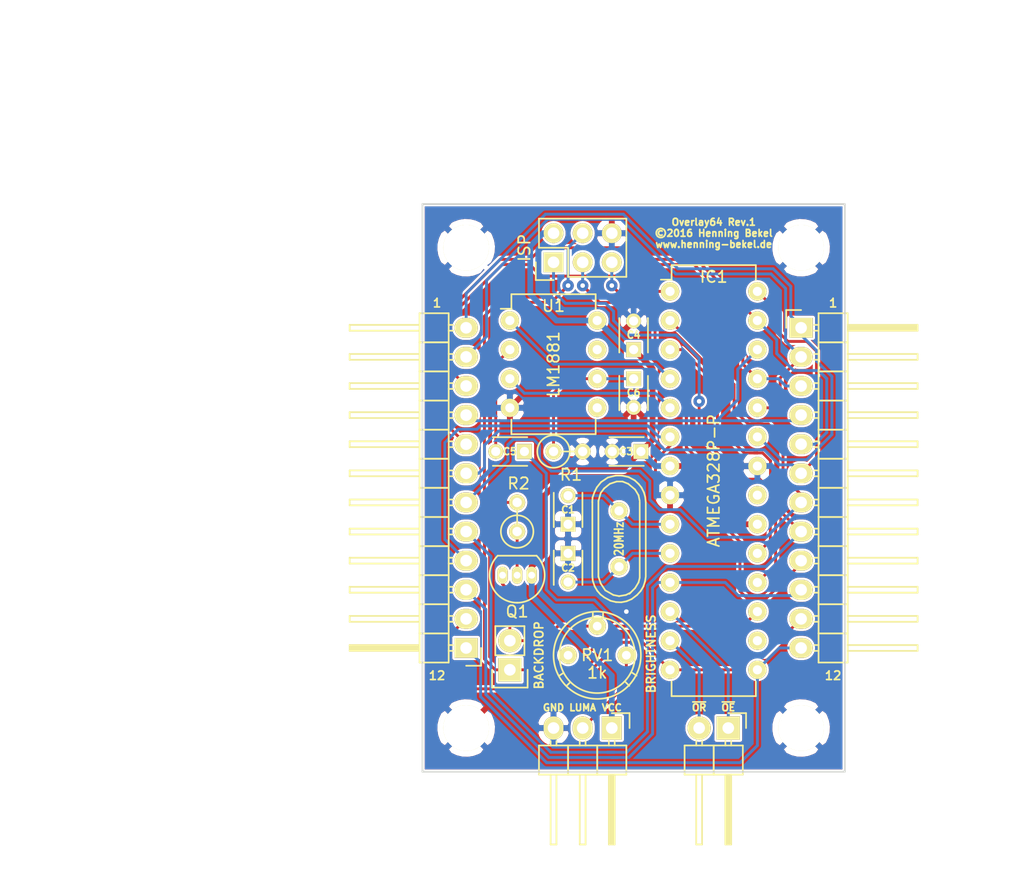
<source format=kicad_pcb>
(kicad_pcb (version 4) (host pcbnew 4.0.0-rc2-stable)
  (layers (0 F.Cu signal) (31 B.Cu signal) (34 B.Paste user) (35 F.Paste user) (36 B.SilkS user) (37 F.SilkS user) (38 B.Mask user) (39 F.Mask user) (44 Edge.Cuts user))
  (net 0 "")
  (net 1 GND)
  (net 2 "Net-(C1-Pad2)")
  (net 3 "Net-(C2-Pad2)")
  (net 4 VCC)
  (net 5 /LUMA)
  (net 6 "Net-(C5-Pad2)")
  (net 7 "Net-(C6-Pad1)")
  (net 8 /~RESET)
  (net 9 /IN8)
  (net 10 /IN9)
  (net 11 "Net-(IC1-Pad4)")
  (net 12 "Net-(IC1-Pad5)")
  (net 13 /IN10)
  (net 14 /IN11)
  (net 15 /~OE)
  (net 16 /IN0)
  (net 17 /IN1)
  (net 18 "Net-(IC1-Pad16)")
  (net 19 /MOSI)
  (net 20 /MISO)
  (net 21 /SCK)
  (net 22 "Net-(IC1-Pad21)")
  (net 23 /IN2)
  (net 24 /IN3)
  (net 25 /IN4)
  (net 26 /IN5)
  (net 27 /IN6)
  (net 28 /IN7)
  (net 29 "Net-(JP1-Pad2)")
  (net 30 "Net-(U1-Pad5)")
  (net 31 "Net-(U1-Pad7)")
  (net 32 "Net-(Q1-Pad2)")
  (net 33 /~OR)
  (net 34 "Net-(RV1-Pad1)")
  (module Housings_DIP:DIP-28_W7.62mm (layer F.Cu) (at 153.67 83.058)
    (fp_text reference IC1 (at 3.81 -1.27) (layer F.SilkS))
    (fp_text value ATMEGA328P-P (at 3.81 16.51 90) (layer F.SilkS))
    (pad 1 thru_hole oval (at 0 0) (size 1.6 1.6) (drill 0.8) (layers *.Cu *.Mask F.SilkS) (net 8 /~RESET))
    (pad 2 thru_hole oval (at 0 2.54) (size 1.6 1.6) (drill 0.8) (layers *.Cu *.Mask F.SilkS) (net 27 /IN6))
    (pad 3 thru_hole oval (at 0 5.08) (size 1.6 1.6) (drill 0.8) (layers *.Cu *.Mask F.SilkS) (net 28 /IN7))
    (pad 4 thru_hole oval (at 0 7.62) (size 1.6 1.6) (drill 0.8) (layers *.Cu *.Mask F.SilkS) (net 11 "Net-(IC1-Pad4)"))
    (pad 5 thru_hole oval (at 0 10.16) (size 1.6 1.6) (drill 0.8) (layers *.Cu *.Mask F.SilkS) (net 12 "Net-(IC1-Pad5)"))
    (pad 6 thru_hole oval (at 0 12.7) (size 1.6 1.6) (drill 0.8) (layers *.Cu *.Mask F.SilkS) (net 9 /IN8))
    (pad 7 thru_hole oval (at 0 15.24) (size 1.6 1.6) (drill 0.8) (layers *.Cu *.Mask F.SilkS) (net 4 VCC))
    (pad 8 thru_hole oval (at 0 17.78) (size 1.6 1.6) (drill 0.8) (layers *.Cu *.Mask F.SilkS) (net 1 GND))
    (pad 9 thru_hole oval (at 0 20.32) (size 1.6 1.6) (drill 0.8) (layers *.Cu *.Mask F.SilkS) (net 2 "Net-(C1-Pad2)"))
    (pad 10 thru_hole oval (at 0 22.86) (size 1.6 1.6) (drill 0.8) (layers *.Cu *.Mask F.SilkS) (net 3 "Net-(C2-Pad2)"))
    (pad 11 thru_hole oval (at 0 25.4) (size 1.6 1.6) (drill 0.8) (layers *.Cu *.Mask F.SilkS) (net 10 /IN9))
    (pad 12 thru_hole oval (at 0 27.94) (size 1.6 1.6) (drill 0.8) (layers *.Cu *.Mask F.SilkS) (net 15 /~OE))
    (pad 13 thru_hole oval (at 0 30.48) (size 1.6 1.6) (drill 0.8) (layers *.Cu *.Mask F.SilkS) (net 33 /~OR))
    (pad 14 thru_hole oval (at 0 33.02) (size 1.6 1.6) (drill 0.8) (layers *.Cu *.Mask F.SilkS) (net 13 /IN10))
    (pad 15 thru_hole oval (at 7.62 33.02) (size 1.6 1.6) (drill 0.8) (layers *.Cu *.Mask F.SilkS) (net 14 /IN11))
    (pad 16 thru_hole oval (at 7.62 30.48) (size 1.6 1.6) (drill 0.8) (layers *.Cu *.Mask F.SilkS) (net 18 "Net-(IC1-Pad16)"))
    (pad 17 thru_hole oval (at 7.62 27.94) (size 1.6 1.6) (drill 0.8) (layers *.Cu *.Mask F.SilkS) (net 19 /MOSI))
    (pad 18 thru_hole oval (at 7.62 25.4) (size 1.6 1.6) (drill 0.8) (layers *.Cu *.Mask F.SilkS) (net 20 /MISO))
    (pad 19 thru_hole oval (at 7.62 22.86) (size 1.6 1.6) (drill 0.8) (layers *.Cu *.Mask F.SilkS) (net 21 /SCK))
    (pad 20 thru_hole oval (at 7.62 20.32) (size 1.6 1.6) (drill 0.8) (layers *.Cu *.Mask F.SilkS) (net 4 VCC))
    (pad 21 thru_hole oval (at 7.62 17.78) (size 1.6 1.6) (drill 0.8) (layers *.Cu *.Mask F.SilkS) (net 22 "Net-(IC1-Pad21)"))
    (pad 22 thru_hole oval (at 7.62 15.24) (size 1.6 1.6) (drill 0.8) (layers *.Cu *.Mask F.SilkS) (net 1 GND))
    (pad 23 thru_hole oval (at 7.62 12.7) (size 1.6 1.6) (drill 0.8) (layers *.Cu *.Mask F.SilkS) (net 16 /IN0))
    (pad 24 thru_hole oval (at 7.62 10.16) (size 1.6 1.6) (drill 0.8) (layers *.Cu *.Mask F.SilkS) (net 17 /IN1))
    (pad 25 thru_hole oval (at 7.62 7.62) (size 1.6 1.6) (drill 0.8) (layers *.Cu *.Mask F.SilkS) (net 23 /IN2))
    (pad 26 thru_hole oval (at 7.62 5.08) (size 1.6 1.6) (drill 0.8) (layers *.Cu *.Mask F.SilkS) (net 24 /IN3))
    (pad 27 thru_hole oval (at 7.62 2.54) (size 1.6 1.6) (drill 0.8) (layers *.Cu *.Mask F.SilkS) (net 25 /IN4))
    (pad 28 thru_hole oval (at 7.62 0) (size 1.6 1.6) (drill 0.8) (layers *.Cu *.Mask F.SilkS) (net 26 /IN5))
  )
  (module Housings_DIP:DIP-8_W7.62mm (layer F.Cu) (at 139.7 85.598)
    (fp_text reference U1 (at 3.81 -1.27) (layer F.SilkS))
    (fp_text value LM1881 (at 3.81 3.81 90) (layer F.SilkS))
    (pad 1 thru_hole oval (at 0 0) (size 1.6 1.6) (drill 0.8) (layers *.Cu *.Mask F.SilkS) (net 11 "Net-(IC1-Pad4)"))
    (pad 2 thru_hole oval (at 0 2.54) (size 1.6 1.6) (drill 0.8) (layers *.Cu *.Mask F.SilkS) (net 6 "Net-(C5-Pad2)"))
    (pad 3 thru_hole oval (at 0 5.08) (size 1.6 1.6) (drill 0.8) (layers *.Cu *.Mask F.SilkS) (net 12 "Net-(IC1-Pad5)"))
    (pad 4 thru_hole oval (at 0 7.62) (size 1.6 1.6) (drill 0.8) (layers *.Cu *.Mask F.SilkS) (net 1 GND))
    (pad 5 thru_hole oval (at 7.62 7.62) (size 1.6 1.6) (drill 0.8) (layers *.Cu *.Mask F.SilkS) (net 30 "Net-(U1-Pad5)"))
    (pad 6 thru_hole oval (at 7.62 5.08) (size 1.6 1.6) (drill 0.8) (layers *.Cu *.Mask F.SilkS) (net 7 "Net-(C6-Pad1)"))
    (pad 7 thru_hole oval (at 7.62 2.54) (size 1.6 1.6) (drill 0.8) (layers *.Cu *.Mask F.SilkS) (net 31 "Net-(U1-Pad7)"))
    (pad 8 thru_hole oval (at 7.62 0) (size 1.6 1.6) (drill 0.8) (layers *.Cu *.Mask F.SilkS) (net 4 VCC))
  )
  (module Capacitors_ThroughHole:C_Disc_D3_P2.5 (layer F.Cu) (at 144.78 103.378 90)
    (fp_text reference C1 hide)
    (fp_text value 18pF)
    (pad 1 thru_hole rect (at 0 0 90) (size 1.3 1.3) (drill 0.8) (layers *.Cu *.Mask F.SilkS) (net 1 GND))
    (pad 2 thru_hole circle (at 2.5 0 90) (size 1.3 1.3) (drill 0.8001) (layers *.Cu *.Mask F.SilkS) (net 2 "Net-(C1-Pad2)"))
  )
  (module Capacitors_ThroughHole:C_Disc_D3_P2.5 (layer F.Cu) (at 144.78 105.918 270)
    (fp_text reference C2 hide)
    (fp_text value 18pF)
    (pad 1 thru_hole rect (at 0 0 270) (size 1.3 1.3) (drill 0.8) (layers *.Cu *.Mask F.SilkS) (net 1 GND))
    (pad 2 thru_hole circle (at 2.5 0 270) (size 1.3 1.3) (drill 0.8001) (layers *.Cu *.Mask F.SilkS) (net 3 "Net-(C2-Pad2)"))
  )
  (module Capacitors_ThroughHole:C_Disc_D3_P2.5 (layer F.Cu) (at 151.13 97.028 180)
    (fp_text reference C3 hide)
    (fp_text value 100nF)
    (pad 1 thru_hole rect (at 0 0 180) (size 1.3 1.3) (drill 0.8) (layers *.Cu *.Mask F.SilkS) (net 4 VCC))
    (pad 2 thru_hole circle (at 2.5 0 180) (size 1.3 1.3) (drill 0.8001) (layers *.Cu *.Mask F.SilkS) (net 1 GND))
  )
  (module Capacitors_ThroughHole:C_Disc_D3_P2.5 (layer F.Cu) (at 150.495 88.138 90)
    (fp_text reference C4 hide)
    (fp_text value 100nF)
    (pad 1 thru_hole rect (at 0 0 90) (size 1.3 1.3) (drill 0.8) (layers *.Cu *.Mask F.SilkS) (net 4 VCC))
    (pad 2 thru_hole circle (at 2.5 0 90) (size 1.3 1.3) (drill 0.8001) (layers *.Cu *.Mask F.SilkS) (net 1 GND))
  )
  (module Capacitors_ThroughHole:C_Disc_D3_P2.5 (layer F.Cu) (at 140.97 97.028 180)
    (fp_text reference C5 hide)
    (fp_text value 100nF)
    (pad 1 thru_hole rect (at 0 0 180) (size 1.3 1.3) (drill 0.8) (layers *.Cu *.Mask F.SilkS) (net 5 /LUMA))
    (pad 2 thru_hole circle (at 2.5 0 180) (size 1.3 1.3) (drill 0.8001) (layers *.Cu *.Mask F.SilkS) (net 6 "Net-(C5-Pad2)"))
  )
  (module Capacitors_ThroughHole:C_Disc_D3_P2.5 (layer F.Cu) (at 150.495 90.678 270)
    (fp_text reference C6 hide)
    (fp_text value 100nF)
    (pad 1 thru_hole rect (at 0 0 270) (size 1.3 1.3) (drill 0.8) (layers *.Cu *.Mask F.SilkS) (net 7 "Net-(C6-Pad1)"))
    (pad 2 thru_hole circle (at 2.5 0 270) (size 1.3 1.3) (drill 0.8001) (layers *.Cu *.Mask F.SilkS) (net 1 GND))
  )
  (module Pin_Headers:Pin_Header_Straight_2x03 (layer F.Cu) (at 143.51 80.518 90)
    (fp_text reference P1 hide)
    (fp_text value ISP (at 1.27 -2.54 270) (layer F.SilkS))
    (pad 1 thru_hole rect (at 0 0 90) (size 1.7272 1.7272) (drill 1.016) (layers *.Cu *.Mask F.SilkS) (net 20 /MISO))
    (pad 2 thru_hole oval (at 2.54 0 90) (size 1.7272 1.7272) (drill 1.016) (layers *.Cu *.Mask F.SilkS) (net 4 VCC))
    (pad 3 thru_hole oval (at 0 2.54 90) (size 1.7272 1.7272) (drill 1.016) (layers *.Cu *.Mask F.SilkS) (net 21 /SCK))
    (pad 4 thru_hole oval (at 2.54 2.54 90) (size 1.7272 1.7272) (drill 1.016) (layers *.Cu *.Mask F.SilkS) (net 19 /MOSI))
    (pad 5 thru_hole oval (at 0 5.08 90) (size 1.7272 1.7272) (drill 1.016) (layers *.Cu *.Mask F.SilkS) (net 8 /~RESET))
    (pad 6 thru_hole oval (at 2.54 5.08 90) (size 1.7272 1.7272) (drill 1.016) (layers *.Cu *.Mask F.SilkS) (net 1 GND))
  )
  (module TO_SOT_Packages_THT:TO-92_Inline_Narrow_Oval (layer F.Cu) (at 141.605 107.823 180)
    (fp_text reference Q1 (at 1.27 -3.175 180) (layer F.SilkS))
    (fp_text value BC547B)
    (pad 2 thru_hole oval (at 1.27 0) (size 0.89916 1.50114) (drill 0.6) (layers *.Cu *.Mask F.SilkS) (net 32 "Net-(Q1-Pad2)"))
    (pad 3 thru_hole oval (at 2.54 0) (size 0.89916 1.50114) (drill 0.6) (layers *.Cu *.Mask F.SilkS) (net 29 "Net-(JP1-Pad2)"))
    (pad 1 thru_hole oval (at 0 0) (size 0.89916 1.50114) (drill 0.6) (layers *.Cu *.Mask F.SilkS) (net 4 VCC))
  )
  (module Discret:R1 (layer F.Cu) (at 144.78 97.028)
    (fp_text reference R1 (at 0.254 2.032) (layer F.SilkS))
    (fp_text value 680k)
    (pad 1 thru_hole circle (at -1.27 0) (size 1.397 1.397) (drill 0.8128) (layers *.Cu *.Mask F.SilkS) (net 7 "Net-(C6-Pad1)"))
    (pad 2 thru_hole circle (at 1.27 0) (size 1.397 1.397) (drill 0.8128) (layers *.Cu *.Mask F.SilkS) (net 1 GND))
  )
  (module Discret:R1 (layer F.Cu) (at 140.335 102.743 90)
    (fp_text reference R2 (at 2.921 0.127 180) (layer F.SilkS))
    (fp_text value 4k7)
    (pad 1 thru_hole circle (at -1.27 0 90) (size 1.397 1.397) (drill 0.8128) (layers *.Cu *.Mask F.SilkS) (net 32 "Net-(Q1-Pad2)"))
    (pad 2 thru_hole circle (at 1.27 0 90) (size 1.397 1.397) (drill 0.8128) (layers *.Cu *.Mask F.SilkS) (net 19 /MOSI))
  )
  (module Crystals:Crystal_HC49-U_Vertical (layer F.Cu) (at 149.225 104.648 270)
    (fp_text reference Y1 hide)
    (fp_text value 20MHz)
    (pad 1 thru_hole circle (at -2.44094 0 270) (size 1.50114 1.50114) (drill 0.8001) (layers *.Cu *.Mask F.SilkS) (net 2 "Net-(C1-Pad2)"))
    (pad 2 thru_hole circle (at 2.44094 0 270) (size 1.50114 1.50114) (drill 0.8001) (layers *.Cu *.Mask F.SilkS) (net 3 "Net-(C2-Pad2)"))
  )
  (module Pin_Headers:Pin_Header_Angled_1x12 (layer F.Cu) (at 165.1 86.233)
    (fp_text reference P4 hide)
    (fp_text value BYPASS)
    (pad 1 thru_hole rect (at 0 0) (size 2.032 1.7272) (drill 1.016) (layers *.Cu *.Mask F.SilkS) (net 16 /IN0))
    (pad 2 thru_hole oval (at 0 2.54) (size 2.032 1.7272) (drill 1.016) (layers *.Cu *.Mask F.SilkS) (net 17 /IN1))
    (pad 3 thru_hole oval (at 0 5.08) (size 2.032 1.7272) (drill 1.016) (layers *.Cu *.Mask F.SilkS) (net 23 /IN2))
    (pad 4 thru_hole oval (at 0 7.62) (size 2.032 1.7272) (drill 1.016) (layers *.Cu *.Mask F.SilkS) (net 24 /IN3))
    (pad 5 thru_hole oval (at 0 10.16) (size 2.032 1.7272) (drill 1.016) (layers *.Cu *.Mask F.SilkS) (net 25 /IN4))
    (pad 6 thru_hole oval (at 0 12.7) (size 2.032 1.7272) (drill 1.016) (layers *.Cu *.Mask F.SilkS) (net 26 /IN5))
    (pad 7 thru_hole oval (at 0 15.24) (size 2.032 1.7272) (drill 1.016) (layers *.Cu *.Mask F.SilkS) (net 27 /IN6))
    (pad 8 thru_hole oval (at 0 17.78) (size 2.032 1.7272) (drill 1.016) (layers *.Cu *.Mask F.SilkS) (net 28 /IN7))
    (pad 9 thru_hole oval (at 0 20.32) (size 2.032 1.7272) (drill 1.016) (layers *.Cu *.Mask F.SilkS) (net 9 /IN8))
    (pad 10 thru_hole oval (at 0 22.86) (size 2.032 1.7272) (drill 1.016) (layers *.Cu *.Mask F.SilkS) (net 10 /IN9))
    (pad 11 thru_hole oval (at 0 25.4) (size 2.032 1.7272) (drill 1.016) (layers *.Cu *.Mask F.SilkS) (net 13 /IN10))
    (pad 12 thru_hole oval (at 0 27.94) (size 2.032 1.7272) (drill 1.016) (layers *.Cu *.Mask F.SilkS) (net 14 /IN11))
  )
  (module Pin_Headers:Pin_Header_Angled_1x12 (layer F.Cu) (at 135.89 114.173 180)
    (fp_text reference P5 hide)
    (fp_text value INPUT)
    (pad 1 thru_hole rect (at 0 0 180) (size 2.032 1.7272) (drill 1.016) (layers *.Cu *.Mask F.SilkS) (net 14 /IN11))
    (pad 2 thru_hole oval (at 0 2.54 180) (size 2.032 1.7272) (drill 1.016) (layers *.Cu *.Mask F.SilkS) (net 13 /IN10))
    (pad 3 thru_hole oval (at 0 5.08 180) (size 2.032 1.7272) (drill 1.016) (layers *.Cu *.Mask F.SilkS) (net 10 /IN9))
    (pad 4 thru_hole oval (at 0 7.62 180) (size 2.032 1.7272) (drill 1.016) (layers *.Cu *.Mask F.SilkS) (net 9 /IN8))
    (pad 5 thru_hole oval (at 0 10.16 180) (size 2.032 1.7272) (drill 1.016) (layers *.Cu *.Mask F.SilkS) (net 28 /IN7))
    (pad 6 thru_hole oval (at 0 12.7 180) (size 2.032 1.7272) (drill 1.016) (layers *.Cu *.Mask F.SilkS) (net 27 /IN6))
    (pad 7 thru_hole oval (at 0 15.24 180) (size 2.032 1.7272) (drill 1.016) (layers *.Cu *.Mask F.SilkS) (net 26 /IN5))
    (pad 8 thru_hole oval (at 0 17.78 180) (size 2.032 1.7272) (drill 1.016) (layers *.Cu *.Mask F.SilkS) (net 25 /IN4))
    (pad 9 thru_hole oval (at 0 20.32 180) (size 2.032 1.7272) (drill 1.016) (layers *.Cu *.Mask F.SilkS) (net 24 /IN3))
    (pad 10 thru_hole oval (at 0 22.86 180) (size 2.032 1.7272) (drill 1.016) (layers *.Cu *.Mask F.SilkS) (net 23 /IN2))
    (pad 11 thru_hole oval (at 0 25.4 180) (size 2.032 1.7272) (drill 1.016) (layers *.Cu *.Mask F.SilkS) (net 17 /IN1))
    (pad 12 thru_hole oval (at 0 27.94 180) (size 2.032 1.7272) (drill 1.016) (layers *.Cu *.Mask F.SilkS) (net 16 /IN0))
  )
  (module Pin_Headers:Pin_Header_Angled_1x03 (layer F.Cu) (at 148.59 121.158 270)
    (fp_text reference P2 hide)
    (fp_text value MAIN)
    (pad 1 thru_hole rect (at 0 0 270) (size 2.032 1.7272) (drill 1.016) (layers *.Cu *.Mask F.SilkS) (net 4 VCC))
    (pad 2 thru_hole oval (at 0 2.54 270) (size 2.032 1.7272) (drill 1.016) (layers *.Cu *.Mask F.SilkS) (net 5 /LUMA))
    (pad 3 thru_hole oval (at 0 5.08 270) (size 2.032 1.7272) (drill 1.016) (layers *.Cu *.Mask F.SilkS) (net 1 GND))
  )
  (module Pin_Headers:Pin_Header_Straight_1x02 (layer F.Cu) (at 139.7 116.078 180)
    (fp_text reference JP1 hide)
    (fp_text value BACKDROP)
    (pad 1 thru_hole rect (at 0 0 180) (size 2.032 2.032) (drill 1.016) (layers *.Cu *.Mask F.SilkS) (net 19 /MOSI))
    (pad 2 thru_hole oval (at 0 2.54 180) (size 2.032 2.032) (drill 1.016) (layers *.Cu *.Mask F.SilkS) (net 29 "Net-(JP1-Pad2)"))
  )
  (module Pin_Headers:Pin_Header_Angled_1x02 (layer F.Cu) (at 158.75 121.158 270)
    (fp_text reference P3 hide)
    (fp_text value CONTROL)
    (pad 1 thru_hole rect (at 0 0 270) (size 2.032 2.032) (drill 1.016) (layers *.Cu *.Mask F.SilkS) (net 15 /~OE))
    (pad 2 thru_hole oval (at 0 2.54 270) (size 2.032 2.032) (drill 1.016) (layers *.Cu *.Mask F.SilkS) (net 33 /~OR))
  )
  (module Mounting_Holes:MountingHole_4mm (layer F.Cu) (at 135.89 79.248)
    (fp_text reference P6)
    (fp_text value HOLE)
    (pad 1 np_thru_hole circle (at 0 0) (size 4 4) (drill 4) (layers *.Cu *.Mask F.SilkS) (net 1 GND))
  )
  (module Mounting_Holes:MountingHole_4mm (layer F.Cu) (at 165.1 79.248)
    (fp_text reference P7)
    (fp_text value HOLE)
    (pad 1 np_thru_hole circle (at 0 0) (size 4 4) (drill 4) (layers *.Cu *.Mask F.SilkS) (net 1 GND))
  )
  (module Mounting_Holes:MountingHole_4mm (layer F.Cu) (at 135.89 121.158)
    (fp_text reference P8)
    (fp_text value HOLE)
    (pad 1 np_thru_hole circle (at 0 0) (size 4 4) (drill 4) (layers *.Cu *.Mask F.SilkS) (net 1 GND))
  )
  (module Mounting_Holes:MountingHole_4mm (layer F.Cu) (at 165.1 121.158)
    (fp_text reference P9)
    (fp_text value HOLE)
    (pad 1 np_thru_hole circle (at 0 0) (size 4 4) (drill 4) (layers *.Cu *.Mask F.SilkS) (net 1 GND))
  )
  (module Potentiometers:Potentiometer_Bourns_3339P_Angular_ScrewUp (layer F.Cu) (at 144.78 114.808)
    (fp_text reference RV1 (at 2.54 0) (layer F.SilkS))
    (fp_text value 1k (at 2.54 1.524) (layer F.SilkS))
    (pad 2 thru_hole circle (at 2.54 -2.54) (size 1.524 1.524) (drill 0.762) (layers *.Cu *.Mask F.SilkS) (net 29 "Net-(JP1-Pad2)"))
    (pad 1 thru_hole circle (at 0 0) (size 1.524 1.524) (drill 0.762) (layers *.Cu *.Mask F.SilkS) (net 34 "Net-(RV1-Pad1)"))
    (pad 3 thru_hole circle (at 5.08 0) (size 1.524 1.524) (drill 0.762) (layers *.Cu *.Mask F.SilkS) (net 5 /LUMA))
  )
  (gr_text "Overlay64 Rev.1\n©2016 Henning Bekel\nwww.henning-bekel.de" (at 157.48 77.978) (layer F.SilkS) (effects (font (size 0.6 0.6))))
  (gr_text 20MHz (at 149.225 104.648 90) (layer F.SilkS) (effects (font (size 0.76 0.6))))
  (gr_text C2 (at 144.78 107.188) (layer F.SilkS) (effects (font (size 0.6 0.6))))
  (gr_text C1 (at 144.78 102.108) (layer F.SilkS) (effects (font (size 0.6 0.6))))
  (gr_text C5 (at 139.7 97.028) (layer F.SilkS) (effects (font (size 0.6 0.6))))
  (gr_text C3 (at 149.86 97.028) (layer F.SilkS) (effects (font (size 0.6 0.6))))
  (gr_text C6 (at 150.495 91.8845) (layer F.SilkS) (effects (font (size 0.6 0.6))))
  (gr_text C4 (at 150.495 86.868) (layer F.SilkS) (effects (font (size 0.6 0.6))))
  (gr_text 12 (at 133.35 116.586) (layer F.SilkS) (effects (font (size 0.75 0.75))))
  (gr_text 1 (at 167.894 84.074) (layer F.SilkS) (effects (font (size 0.75 0.75))))
  (gr_text 12 (at 167.894 116.586) (layer F.SilkS) (effects (font (size 0.75 0.75))))
  (gr_text 1 (at 133.35 84.074) (layer F.SilkS) (effects (font (size 0.75 0.75))))
  (gr_text ~OE (at 158.75 119.38) (layer F.SilkS) (effects (font (size 0.6 0.6))))
  (gr_text ~OR (at 156.21 119.38) (layer F.SilkS) (effects (font (size 0.6 0.6))))
  (gr_text GND (at 143.51 119.38) (layer F.SilkS) (effects (font (size 0.6 0.6))))
  (gr_text LUMA (at 146.05 119.38) (layer F.SilkS) (effects (font (size 0.6 0.6))))
  (gr_text VCC (at 148.59 119.38) (layer F.SilkS) (effects (font (size 0.6 0.6))))
  (gr_text BACKDROP (at 142.24 114.808 90) (layer F.SilkS) (effects (font (size 0.75 0.75))))
  (gr_text BRIGHTNESS (at 152.019 114.681 90) (layer F.SilkS) (effects (font (size 0.75 0.75))))
  (gr_line (start 168.91 124.968) (end 132.08 124.968) (angle 90) (layer Edge.Cuts) (width 0.15))
  (gr_line (start 168.91 75.438) (end 168.91 124.968) (angle 90) (layer Edge.Cuts) (width 0.15))
  (gr_line (start 132.08 75.438) (end 168.91 75.438) (angle 90) (layer Edge.Cuts) (width 0.15))
  (gr_line (start 132.08 75.438) (end 132.08 124.968) (angle 90) (layer Edge.Cuts) (width 0.15))
  (segment (start 148.971 86.868) (end 148.971 91.654) (width 0.5) (layer F.Cu) (net 1))
  (segment (start 148.971 91.654) (end 150.495 93.178) (width 0.5) (layer F.Cu) (net 1))
  (segment (start 148.63 97.028) (end 150.495 95.163) (width 0.5) (layer F.Cu) (net 1))
  (segment (start 150.495 95.163) (end 150.495 93.178) (width 0.5) (layer F.Cu) (net 1))
  (segment (start 148.63 97.028) (end 148.59 97.028) (width 0.5) (layer F.Cu) (net 1))
  (segment (start 144.5641 97.7011) (end 145.3769 97.7011) (width 0.5) (layer F.Cu) (net 1))
  (segment (start 145.3769 97.7011) (end 146.05 97.028) (width 0.5) (layer F.Cu) (net 1))
  (segment (start 144.78 103.378) (end 146.558 103.378) (width 0.5) (layer F.Cu) (net 1))
  (segment (start 147.574 102.362) (end 147.574 101.6) (width 0.5) (layer F.Cu) (net 1))
  (segment (start 146.558 103.378) (end 147.574 102.362) (width 0.5) (layer F.Cu) (net 1))
  (segment (start 147.574 101.6) (end 148.336 100.838) (width 0.5) (layer F.Cu) (net 1))
  (segment (start 153.67 100.838) (end 148.336 100.838) (width 0.5) (layer F.Cu) (net 1))
  (segment (start 139.7 93.218) (end 145.288 87.63) (width 0.5) (layer F.Cu) (net 1))
  (segment (start 145.288 87.63) (end 146.05 86.868) (width 0.5) (layer F.Cu) (net 1))
  (segment (start 146.05 86.868) (end 148.971 86.868) (width 0.5) (layer F.Cu) (net 1))
  (segment (start 148.971 86.868) (end 149.265 86.868) (width 0.5) (layer F.Cu) (net 1))
  (segment (start 149.265 86.868) (end 150.495 85.638) (width 0.5) (layer F.Cu) (net 1))
  (segment (start 143.51 121.158) (end 143.51 122.682) (width 0.5) (layer B.Cu) (net 1))
  (segment (start 149.659928 122.702498) (end 151.120996 121.24143) (width 0.5) (layer B.Cu) (net 1))
  (segment (start 151.120996 121.24143) (end 151.120996 118.4783) (width 0.5) (layer B.Cu) (net 1))
  (segment (start 151.120996 118.4783) (end 151.120996 118.207904) (width 0.5) (layer B.Cu) (net 1))
  (segment (start 143.530498 122.702498) (end 149.659928 122.702498) (width 0.5) (layer B.Cu) (net 1))
  (segment (start 143.51 122.682) (end 143.530498 122.702498) (width 0.5) (layer B.Cu) (net 1))
  (segment (start 143.51 121.158) (end 143.51 121.711898) (width 0.5) (layer B.Cu) (net 1))
  (segment (start 161.29 98.298) (end 157.4603 98.298) (width 0.5) (layer B.Cu) (net 1))
  (segment (start 154.9203 100.838) (end 153.67 100.838) (width 0.5) (layer B.Cu) (net 1))
  (segment (start 157.4603 98.298) (end 154.9203 100.838) (width 0.5) (layer B.Cu) (net 1))
  (segment (start 144.78 105.918) (end 146.2405 105.918) (width 0.5) (layer F.Cu) (net 1))
  (segment (start 151.120996 114.427) (end 151.120996 113.157) (width 0.5) (layer B.Cu) (net 1))
  (segment (start 151.120996 118.207904) (end 151.120996 117.602) (width 0.5) (layer B.Cu) (net 1))
  (segment (start 151.120996 117.602) (end 151.120996 114.427) (width 0.5) (layer B.Cu) (net 1))
  (segment (start 149.86 110.998) (end 147.2565 108.3945) (width 0.5) (layer F.Cu) (net 1))
  (via (at 149.86 110.998) (size 1) (drill 0.4) (layers F.Cu B.Cu) (net 1))
  (segment (start 151.120996 112.258996) (end 149.86 110.998) (width 0.5) (layer B.Cu) (net 1))
  (segment (start 151.120996 113.157) (end 151.120996 112.258996) (width 0.5) (layer B.Cu) (net 1))
  (segment (start 146.2405 105.918) (end 147.2565 106.934) (width 0.5) (layer F.Cu) (net 1))
  (segment (start 147.2565 106.934) (end 147.2565 108.3945) (width 0.5) (layer F.Cu) (net 1))
  (segment (start 150.495 85.638) (end 150.495 78.664176) (width 0.5) (layer B.Cu) (net 1))
  (segment (start 150.495 78.664176) (end 149.808824 77.978) (width 0.5) (layer B.Cu) (net 1))
  (segment (start 149.808824 77.978) (end 148.59 77.978) (width 0.5) (layer B.Cu) (net 1))
  (segment (start 144.78 105.918) (end 144.78 104.013) (width 0.5) (layer F.Cu) (net 1))
  (segment (start 151.120996 118.207904) (end 151.120996 118.207904) (width 0.5) (layer B.Cu) (net 1))
  (segment (start 148.63 97.028) (end 148.63 97.068) (width 0.5) (layer B.Cu) (net 1))
  (segment (start 148.63 97.068) (end 149.719976 98.157976) (width 0.5) (layer B.Cu) (net 1))
  (segment (start 152.4762 99.364152) (end 152.4762 99.8728) (width 0.5) (layer B.Cu) (net 1))
  (segment (start 151.270024 98.157976) (end 152.4762 99.364152) (width 0.5) (layer B.Cu) (net 1))
  (segment (start 149.719976 98.157976) (end 151.270024 98.157976) (width 0.5) (layer B.Cu) (net 1))
  (segment (start 152.4762 100.838) (end 152.4762 99.8728) (width 0.5) (layer B.Cu) (net 1))
  (segment (start 144.5641 97.7011) (end 144.0863 98.1789) (width 0.5) (layer F.Cu) (net 1))
  (segment (start 150.495 93.178) (end 150.408 93.178) (width 0.5) (layer F.Cu) (net 1))
  (segment (start 147.066 98.044) (end 147.614 98.044) (width 0.5) (layer B.Cu) (net 1))
  (segment (start 147.614 98.044) (end 148.63 97.028) (width 0.5) (layer B.Cu) (net 1))
  (segment (start 146.05 97.028) (end 147.066 98.044) (width 0.5) (layer B.Cu) (net 1))
  (segment (start 148.63 97.242) (end 148.63 97.028) (width 0.5) (layer B.Cu) (net 1))
  (segment (start 143.51 121.158) (end 143.51 120.65) (width 0.5) (layer F.Cu) (net 1))
  (segment (start 153.67 100.838) (end 152.4762 100.838) (width 0.5) (layer B.Cu) (net 1))
  (segment (start 150.495 85.638) (end 149.3768 86.7562) (width 0.5) (layer F.Cu) (net 1))
  (segment (start 140.3588 94.4683) (end 139.7 94.4683) (width 0.5) (layer F.Cu) (net 1))
  (segment (start 142.0704 96.1799) (end 140.3588 94.4683) (width 0.5) (layer F.Cu) (net 1))
  (segment (start 142.0704 97.2167) (end 142.0704 96.1799) (width 0.5) (layer F.Cu) (net 1))
  (segment (start 143.0326 98.1789) (end 142.0704 97.2167) (width 0.5) (layer F.Cu) (net 1))
  (segment (start 144.0863 98.1789) (end 143.0326 98.1789) (width 0.5) (layer F.Cu) (net 1))
  (segment (start 139.7 93.218) (end 139.7 94.4683) (width 0.5) (layer F.Cu) (net 1))
  (segment (start 144.78 100.878) (end 147.89594 100.878) (width 0.25) (layer B.Cu) (net 2))
  (segment (start 147.89594 100.878) (end 149.225 102.20706) (width 0.25) (layer B.Cu) (net 2))
  (segment (start 153.67 103.378) (end 150.39594 103.378) (width 0.25) (layer B.Cu) (net 2))
  (segment (start 150.39594 103.378) (end 149.225 102.20706) (width 0.25) (layer B.Cu) (net 2))
  (segment (start 144.78 108.418) (end 147.89594 108.418) (width 0.25) (layer B.Cu) (net 3))
  (segment (start 147.89594 108.418) (end 149.225 107.08894) (width 0.25) (layer B.Cu) (net 3))
  (segment (start 153.67 105.918) (end 150.39594 105.918) (width 0.25) (layer B.Cu) (net 3))
  (segment (start 150.39594 105.918) (end 149.225 107.08894) (width 0.25) (layer B.Cu) (net 3))
  (segment (start 148.59 121.158) (end 148.59 116.586) (width 0.5) (layer B.Cu) (net 4))
  (segment (start 141.605 109.601) (end 141.605 107.823) (width 0.5) (layer B.Cu) (net 4))
  (segment (start 148.59 116.586) (end 141.605 109.601) (width 0.5) (layer B.Cu) (net 4))
  (segment (start 142.748 105.918) (end 142.748 100.838) (width 0.5) (layer F.Cu) (net 4))
  (segment (start 145.034 98.552) (end 149.606 98.552) (width 0.5) (layer F.Cu) (net 4))
  (segment (start 142.748 100.838) (end 145.034 98.552) (width 0.5) (layer F.Cu) (net 4))
  (segment (start 151.13 97.028) (end 152.146 96.012) (width 0.5) (layer F.Cu) (net 4))
  (segment (start 152.146 89.789) (end 150.495 88.138) (width 0.5) (layer F.Cu) (net 4))
  (segment (start 152.146 96.012) (end 152.146 89.789) (width 0.5) (layer F.Cu) (net 4))
  (segment (start 142.748 102.362) (end 142.748 101.346) (width 0.5) (layer F.Cu) (net 4))
  (segment (start 145.542 98.552) (end 149.606 98.552) (width 0.5) (layer F.Cu) (net 4))
  (segment (start 149.606 98.552) (end 151.13 97.028) (width 0.5) (layer F.Cu) (net 4))
  (segment (start 151.632598 96.525402) (end 151.13 97.028) (width 0.5) (layer F.Cu) (net 4))
  (segment (start 151.632598 89.275598) (end 150.495 88.138) (width 0.5) (layer F.Cu) (net 4))
  (segment (start 142.748 102.87) (end 142.748 102.362) (width 0.5) (layer F.Cu) (net 4))
  (segment (start 141.605 107.823) (end 141.605 107.061) (width 0.5) (layer F.Cu) (net 4))
  (segment (start 141.605 107.061) (end 142.748 105.918) (width 0.5) (layer F.Cu) (net 4))
  (segment (start 142.748 105.918) (end 142.748 102.87) (width 0.5) (layer F.Cu) (net 4))
  (segment (start 141.605 108.3945) (end 141.605 107.823) (width 0.5) (layer B.Cu) (net 4))
  (segment (start 141.478 81.534) (end 141.478 79.097174) (width 0.5) (layer B.Cu) (net 4))
  (segment (start 142.597174 77.978) (end 143.51 77.978) (width 0.5) (layer B.Cu) (net 4))
  (segment (start 141.478 79.097174) (end 142.597174 77.978) (width 0.5) (layer B.Cu) (net 4))
  (segment (start 147.32 85.598) (end 143.764 85.598) (width 0.5) (layer B.Cu) (net 4))
  (segment (start 141.478 83.312) (end 141.478 81.534) (width 0.5) (layer B.Cu) (net 4))
  (segment (start 143.764 85.598) (end 141.478 83.312) (width 0.5) (layer B.Cu) (net 4))
  (segment (start 150.495 88.138) (end 149.86 88.138) (width 0.5) (layer B.Cu) (net 4))
  (segment (start 149.86 88.138) (end 147.32 85.598) (width 0.5) (layer B.Cu) (net 4))
  (segment (start 153.67 98.298) (end 152.4 98.298) (width 0.5) (layer B.Cu) (net 4))
  (segment (start 152.4 98.298) (end 151.13 97.028) (width 0.5) (layer B.Cu) (net 4))
  (segment (start 160.0003 103.378) (end 161.29 103.378) (width 0.5) (layer F.Cu) (net 4))
  (segment (start 154.9203 98.298) (end 160.0003 103.378) (width 0.5) (layer F.Cu) (net 4))
  (segment (start 153.67 98.298) (end 154.9203 98.298) (width 0.5) (layer F.Cu) (net 4))
  (segment (start 149.86 114.808) (end 149.86 112.776) (width 0.25) (layer B.Cu) (net 5))
  (segment (start 143.764 109.982) (end 142.875 109.093) (width 0.25) (layer B.Cu) (net 5))
  (segment (start 147.066 109.982) (end 143.764 109.982) (width 0.25) (layer B.Cu) (net 5))
  (segment (start 149.86 112.776) (end 147.066 109.982) (width 0.25) (layer B.Cu) (net 5))
  (segment (start 142.875 98.933) (end 140.97 97.028) (width 0.25) (layer B.Cu) (net 5))
  (segment (start 142.875 109.093) (end 142.875 98.933) (width 0.25) (layer B.Cu) (net 5))
  (segment (start 149.86 114.808) (end 149.86 117.348) (width 0.25) (layer F.Cu) (net 5))
  (segment (start 149.86 117.348) (end 146.05 121.158) (width 0.25) (layer F.Cu) (net 5))
  (segment (start 149.8346 114.8334) (end 149.86 114.808) (width 0.25) (layer F.Cu) (net 5))
  (segment (start 146.05 121.158) (end 146.05 120.7262) (width 0.25) (layer F.Cu) (net 5))
  (segment (start 140.97 97.028) (end 142.621 98.679) (width 0.25) (layer B.Cu) (net 5))
  (segment (start 138.47 91.6432) (end 138.47 89.368) (width 0.25) (layer F.Cu) (net 6))
  (segment (start 138.47 89.368) (end 139.7 88.138) (width 0.25) (layer F.Cu) (net 6))
  (segment (start 138.47 97.028) (end 138.47 91.6432) (width 0.25) (layer F.Cu) (net 6))
  (segment (start 147.32 90.678) (end 144.78 90.678) (width 0.25) (layer F.Cu) (net 7))
  (segment (start 143.51 91.948) (end 143.51 97.028) (width 0.25) (layer F.Cu) (net 7))
  (segment (start 144.78 90.678) (end 143.51 91.948) (width 0.25) (layer F.Cu) (net 7))
  (segment (start 150.495 90.678) (end 147.32 90.678) (width 0.25) (layer B.Cu) (net 7))
  (segment (start 153.67 83.058) (end 149.098 83.058) (width 0.25) (layer F.Cu) (net 8))
  (segment (start 149.098 83.058) (end 148.59 82.55) (width 0.25) (layer F.Cu) (net 8))
  (segment (start 148.59 82.55) (end 148.59 80.518) (width 0.25) (layer B.Cu) (net 8))
  (via (at 148.59 82.55) (size 1) (drill 0.4) (layers F.Cu B.Cu) (net 8))
  (segment (start 153.924 99.4945) (end 154.3585 99.4945) (width 0.25) (layer F.Cu) (net 9))
  (segment (start 159.766 104.902) (end 159.766 105.918) (width 0.25) (layer F.Cu) (net 9))
  (segment (start 154.3585 99.4945) (end 159.766 104.902) (width 0.25) (layer F.Cu) (net 9))
  (segment (start 153.416 99.4945) (end 153.924 99.4945) (width 0.25) (layer F.Cu) (net 9))
  (segment (start 161.163 109.855) (end 162.052 109.855) (width 0.25) (layer F.Cu) (net 9))
  (segment (start 162.052 109.855) (end 165.1 106.807) (width 0.25) (layer F.Cu) (net 9))
  (segment (start 165.1 106.807) (end 165.1 106.553) (width 0.25) (layer F.Cu) (net 9))
  (segment (start 136.8304 95.0843) (end 135.2048 95.0843) (width 0.25) (layer B.Cu) (net 9))
  (segment (start 137.121478 94.793222) (end 136.8304 95.0843) (width 0.25) (layer B.Cu) (net 9))
  (segment (start 153.67 95.758) (end 152.706198 95.758) (width 0.25) (layer B.Cu) (net 9))
  (segment (start 152.706198 95.758) (end 151.74142 94.793222) (width 0.25) (layer B.Cu) (net 9))
  (segment (start 151.74142 94.793222) (end 137.121478 94.793222) (width 0.25) (layer B.Cu) (net 9))
  (segment (start 161.798 109.855) (end 161.163 109.855) (width 0.25) (layer F.Cu) (net 9))
  (segment (start 161.163 109.855) (end 160.401 109.855) (width 0.25) (layer F.Cu) (net 9))
  (segment (start 160.401 109.855) (end 159.766 109.22) (width 0.25) (layer F.Cu) (net 9))
  (segment (start 159.766 109.22) (end 159.766 105.918) (width 0.25) (layer F.Cu) (net 9))
  (segment (start 153.416 99.4945) (end 153.0885 99.4945) (width 0.25) (layer F.Cu) (net 9))
  (segment (start 152.4 98.806) (end 152.4 97.79) (width 0.25) (layer F.Cu) (net 9))
  (segment (start 153.67 96.52) (end 152.4 97.79) (width 0.25) (layer F.Cu) (net 9))
  (segment (start 153.0885 99.4945) (end 152.4 98.806) (width 0.25) (layer F.Cu) (net 9))
  (segment (start 153.67 95.758) (end 153.67 96.52) (width 0.25) (layer F.Cu) (net 9))
  (segment (start 135.2048 95.0843) (end 134.0358 96.2533) (width 0.25) (layer B.Cu) (net 9))
  (segment (start 134.0358 96.2533) (end 134.0358 104.6988) (width 0.25) (layer B.Cu) (net 9))
  (segment (start 134.0358 104.6988) (end 135.89 106.553) (width 0.25) (layer B.Cu) (net 9))
  (segment (start 165.1 106.553) (end 165.1 107.19816) (width 0.25) (layer F.Cu) (net 9))
  (segment (start 145.034 123.7279) (end 143.094002 123.7279) (width 0.25) (layer B.Cu) (net 10))
  (segment (start 137.598998 110.801998) (end 135.89 109.093) (width 0.25) (layer B.Cu) (net 10))
  (segment (start 137.598998 118.232896) (end 137.598998 110.801998) (width 0.25) (layer B.Cu) (net 10))
  (segment (start 143.094002 123.7279) (end 137.598998 118.232896) (width 0.25) (layer B.Cu) (net 10))
  (segment (start 153.67 108.458) (end 152.604598 108.458) (width 0.25) (layer B.Cu) (net 10))
  (segment (start 152.146 108.916598) (end 152.146 109.982) (width 0.25) (layer B.Cu) (net 10))
  (segment (start 152.604598 108.458) (end 152.146 108.916598) (width 0.25) (layer B.Cu) (net 10))
  (segment (start 148.59 123.7279) (end 150.0841 123.7279) (width 0.25) (layer B.Cu) (net 10))
  (segment (start 152.146 121.666) (end 152.146 109.982) (width 0.25) (layer B.Cu) (net 10))
  (segment (start 150.0841 123.7279) (end 152.146 121.666) (width 0.25) (layer B.Cu) (net 10))
  (segment (start 153.67 108.458) (end 158.4833 108.458) (width 0.25) (layer B.Cu) (net 10))
  (segment (start 158.4833 108.458) (end 159.6263 109.601) (width 0.25) (layer B.Cu) (net 10))
  (segment (start 159.6263 109.601) (end 164.592 109.601) (width 0.25) (layer B.Cu) (net 10))
  (segment (start 164.592 109.601) (end 165.1 109.093) (width 0.25) (layer B.Cu) (net 10))
  (segment (start 145.034 123.7279) (end 148.59 123.7279) (width 0.25) (layer B.Cu) (net 10))
  (segment (start 148.59 123.7279) (end 149.0686 123.7279) (width 0.25) (layer B.Cu) (net 10))
  (segment (start 152.4 89.408) (end 153.67 90.678) (width 0.25) (layer B.Cu) (net 11))
  (segment (start 143.51 89.408) (end 152.4 89.408) (width 0.25) (layer B.Cu) (net 11))
  (segment (start 139.7 85.598) (end 143.51 89.408) (width 0.25) (layer B.Cu) (net 11))
  (segment (start 144.9959 91.948) (end 140.97 91.948) (width 0.25) (layer B.Cu) (net 12))
  (segment (start 140.97 91.948) (end 139.7 90.678) (width 0.25) (layer B.Cu) (net 12))
  (segment (start 152.4 91.948) (end 153.67 93.218) (width 0.25) (layer B.Cu) (net 12))
  (segment (start 144.9959 91.948) (end 152.4 91.948) (width 0.25) (layer B.Cu) (net 12))
  (segment (start 145.4615 117.4285) (end 149.2037 113.6863) (width 0.25) (layer F.Cu) (net 13))
  (segment (start 161.925 114.808) (end 160.528 114.808) (width 0.25) (layer F.Cu) (net 13))
  (segment (start 159.258 116.078) (end 153.67 116.078) (width 0.25) (layer F.Cu) (net 13))
  (segment (start 160.528 114.808) (end 159.258 116.078) (width 0.25) (layer F.Cu) (net 13))
  (segment (start 161.925 114.808) (end 165.1 111.633) (width 0.25) (layer F.Cu) (net 13))
  (segment (start 145.15084 117.73916) (end 145.4615 117.4285) (width 0.25) (layer F.Cu) (net 13))
  (segment (start 149.2037 113.6863) (end 149.4536 113.6863) (width 0.25) (layer F.Cu) (net 13))
  (segment (start 153.67 116.078) (end 151.2783 113.6863) (width 0.25) (layer F.Cu) (net 13))
  (segment (start 149.4536 113.6863) (end 151.2783 113.6863) (width 0.25) (layer F.Cu) (net 13))
  (segment (start 134.112 114.31016) (end 134.112 113.411) (width 0.25) (layer F.Cu) (net 13))
  (segment (start 134.112 113.411) (end 135.89 111.633) (width 0.25) (layer F.Cu) (net 13))
  (segment (start 134.112 115.33632) (end 136.51484 117.73916) (width 0.25) (layer F.Cu) (net 13))
  (segment (start 134.112 114.31016) (end 134.112 115.33632) (width 0.25) (layer F.Cu) (net 13))
  (segment (start 136.51484 117.73916) (end 145.15084 117.73916) (width 0.25) (layer F.Cu) (net 13))
  (segment (start 153.67 116.078) (end 153.82748 116.078) (width 0.25) (layer F.Cu) (net 13))
  (segment (start 153.67 116.078) (end 153.797 116.078) (width 0.25) (layer B.Cu) (net 13))
  (segment (start 148.717 124.1783) (end 142.908004 124.1783) (width 0.25) (layer B.Cu) (net 14))
  (segment (start 137.148996 115.431996) (end 135.89 114.173) (width 0.25) (layer B.Cu) (net 14))
  (segment (start 137.148996 118.419292) (end 137.148996 115.431996) (width 0.25) (layer B.Cu) (net 14))
  (segment (start 142.908004 124.1783) (end 137.148996 118.419292) (width 0.25) (layer B.Cu) (net 14))
  (segment (start 150.114 124.1783) (end 159.7937 124.1783) (width 0.25) (layer B.Cu) (net 14))
  (segment (start 161.29 122.682) (end 161.29 116.078) (width 0.25) (layer B.Cu) (net 14))
  (segment (start 159.7937 124.1783) (end 161.29 122.682) (width 0.25) (layer B.Cu) (net 14))
  (segment (start 161.29 116.078) (end 161.291398 116.078) (width 0.25) (layer B.Cu) (net 14))
  (segment (start 161.291398 116.078) (end 163.196398 114.173) (width 0.25) (layer B.Cu) (net 14))
  (segment (start 163.196398 114.173) (end 165.1 114.173) (width 0.25) (layer B.Cu) (net 14))
  (segment (start 148.717 124.1783) (end 150.114 124.1783) (width 0.25) (layer B.Cu) (net 14))
  (segment (start 158.75 121.158) (end 158.75 116.078) (width 0.25) (layer B.Cu) (net 15))
  (segment (start 157.48 114.808) (end 153.67 110.998) (width 0.25) (layer B.Cu) (net 15))
  (segment (start 158.75 116.078) (end 157.48 114.808) (width 0.25) (layer B.Cu) (net 15))
  (segment (start 166.45 88.646) (end 166.45 88.218) (width 0.25) (layer B.Cu) (net 16))
  (segment (start 166.45 88.218) (end 165.1 86.868) (width 0.25) (layer B.Cu) (net 16))
  (segment (start 165.1 86.868) (end 165.1 86.233) (width 0.25) (layer B.Cu) (net 16))
  (segment (start 148.082 76.3209) (end 149.601298 76.3209) (width 0.25) (layer B.Cu) (net 16))
  (segment (start 164.199002 82.617604) (end 164.199002 84.582) (width 0.25) (layer B.Cu) (net 16))
  (segment (start 162.665396 81.083998) (end 164.199002 82.617604) (width 0.25) (layer B.Cu) (net 16))
  (segment (start 154.364396 81.083998) (end 162.665396 81.083998) (width 0.25) (layer B.Cu) (net 16))
  (segment (start 149.601298 76.3209) (end 154.364396 81.083998) (width 0.25) (layer B.Cu) (net 16))
  (segment (start 164.15 97.74174) (end 165.59626 97.74174) (width 0.25) (layer B.Cu) (net 16))
  (segment (start 166.45 89.146242) (end 166.45 88.646) (width 0.25) (layer B.Cu) (net 16))
  (segment (start 167.785202 90.481444) (end 166.45 89.146242) (width 0.25) (layer B.Cu) (net 16))
  (segment (start 167.785202 95.552798) (end 167.785202 90.481444) (width 0.25) (layer B.Cu) (net 16))
  (segment (start 165.59626 97.74174) (end 167.785202 95.552798) (width 0.25) (layer B.Cu) (net 16))
  (segment (start 163.386898 97.74174) (end 161.403158 95.758) (width 0.25) (layer B.Cu) (net 16))
  (segment (start 164.15 97.74174) (end 163.386898 97.74174) (width 0.25) (layer B.Cu) (net 16))
  (segment (start 161.403158 95.758) (end 161.29 95.758) (width 0.25) (layer B.Cu) (net 16))
  (segment (start 165.1 86.233) (end 165.1 86.117998) (width 0.25) (layer B.Cu) (net 16))
  (segment (start 165.1 86.117998) (end 164.199002 85.217) (width 0.25) (layer B.Cu) (net 16))
  (segment (start 164.199002 85.217) (end 164.199002 84.582) (width 0.25) (layer B.Cu) (net 16))
  (segment (start 142.8047 76.3209) (end 148.082 76.3209) (width 0.25) (layer B.Cu) (net 16))
  (segment (start 135.89 83.2356) (end 142.8047 76.3209) (width 0.25) (layer B.Cu) (net 16))
  (segment (start 135.89 86.233) (end 135.89 83.2356) (width 0.25) (layer B.Cu) (net 16))
  (segment (start 147.574 76.7713) (end 149.4153 76.7713) (width 0.25) (layer B.Cu) (net 17))
  (segment (start 162.479 81.534) (end 163.749 82.804) (width 0.25) (layer B.Cu) (net 17))
  (segment (start 154.178 81.534) (end 162.479 81.534) (width 0.25) (layer B.Cu) (net 17))
  (segment (start 149.4153 76.7713) (end 154.178 81.534) (width 0.25) (layer B.Cu) (net 17))
  (segment (start 161.29 93.218) (end 162.62096 93.218) (width 0.25) (layer F.Cu) (net 17))
  (segment (start 162.62096 93.218) (end 163.27374 92.56522) (width 0.25) (layer F.Cu) (net 17))
  (segment (start 163.27374 90.59926) (end 165.1 88.773) (width 0.25) (layer F.Cu) (net 17))
  (segment (start 163.27374 92.56522) (end 163.27374 90.59926) (width 0.25) (layer F.Cu) (net 17))
  (segment (start 162.62096 93.218) (end 163.27374 92.56522) (width 0.25) (layer F.Cu) (net 17))
  (segment (start 161.29 93.218) (end 161.29 92.583) (width 0.25) (layer F.Cu) (net 17))
  (segment (start 163.749 86.8934) (end 163.749 82.804) (width 0.25) (layer B.Cu) (net 17))
  (segment (start 163.749 87.422) (end 165.1 88.773) (width 0.25) (layer B.Cu) (net 17))
  (segment (start 163.749 86.8934) (end 163.749 87.422) (width 0.25) (layer B.Cu) (net 17))
  (segment (start 145.034 76.7713) (end 147.574 76.7713) (width 0.25) (layer B.Cu) (net 17))
  (segment (start 142.990698 76.7713) (end 137.668 82.093998) (width 0.25) (layer B.Cu) (net 17))
  (segment (start 137.668 82.093998) (end 137.668 86.995) (width 0.25) (layer B.Cu) (net 17))
  (segment (start 137.668 86.995) (end 135.89 88.773) (width 0.25) (layer B.Cu) (net 17))
  (segment (start 145.034 76.7713) (end 142.990698 76.7713) (width 0.25) (layer B.Cu) (net 17))
  (segment (start 140.97 84.0105) (end 138.69162 84.0105) (width 0.25) (layer F.Cu) (net 19))
  (segment (start 138.69162 84.0105) (end 137.48512 85.217) (width 0.25) (layer F.Cu) (net 19))
  (segment (start 138.43 101.473) (end 140.335 101.473) (width 0.25) (layer F.Cu) (net 19))
  (segment (start 137.48512 102.41788) (end 138.43 101.473) (width 0.25) (layer F.Cu) (net 19))
  (segment (start 137.48512 105.283) (end 137.48512 102.41788) (width 0.25) (layer F.Cu) (net 19))
  (segment (start 137.48512 105.283) (end 137.48512 103.68788) (width 0.25) (layer F.Cu) (net 19))
  (segment (start 141.986 116.078) (end 145.093502 116.078) (width 0.25) (layer F.Cu) (net 19))
  (segment (start 139.7 116.078) (end 141.986 116.078) (width 0.25) (layer F.Cu) (net 19))
  (segment (start 138.43 116.078) (end 137.48512 115.13312) (width 0.25) (layer F.Cu) (net 19))
  (segment (start 137.48512 115.13312) (end 137.48512 106.426) (width 0.25) (layer F.Cu) (net 19))
  (segment (start 139.7 116.078) (end 138.43 116.078) (width 0.25) (layer F.Cu) (net 19))
  (segment (start 153.416 112.268) (end 160.02 112.268) (width 0.25) (layer F.Cu) (net 19))
  (segment (start 160.02 112.268) (end 161.29 110.998) (width 0.25) (layer F.Cu) (net 19))
  (segment (start 143.3195 84.0105) (end 144.78 82.55) (width 0.25) (layer F.Cu) (net 19))
  (segment (start 140.97 84.0105) (end 143.3195 84.0105) (width 0.25) (layer F.Cu) (net 19))
  (segment (start 137.48512 85.852) (end 137.48512 85.217) (width 0.25) (layer F.Cu) (net 19))
  (segment (start 143.764 83.566) (end 144.78 82.55) (width 0.25) (layer F.Cu) (net 19))
  (via (at 144.78 82.55) (size 1) (drill 0.4) (layers F.Cu B.Cu) (net 19))
  (segment (start 144.78 79.248) (end 146.05 77.978) (width 0.25) (layer B.Cu) (net 19))
  (segment (start 144.78 82.55) (end 144.78 79.248) (width 0.25) (layer B.Cu) (net 19))
  (segment (start 148.903502 112.268) (end 153.416 112.268) (width 0.25) (layer F.Cu) (net 19))
  (segment (start 145.093502 116.078) (end 148.903502 112.268) (width 0.25) (layer F.Cu) (net 19))
  (segment (start 137.48512 106.426) (end 137.48512 105.283) (width 0.25) (layer F.Cu) (net 19))
  (segment (start 137.48512 106.426) (end 137.48512 101.78288) (width 0.25) (layer F.Cu) (net 19))
  (segment (start 137.48512 101.78288) (end 137.48512 97.282) (width 0.25) (layer F.Cu) (net 19))
  (segment (start 137.48512 97.282) (end 137.48512 91.128) (width 0.25) (layer F.Cu) (net 19))
  (segment (start 137.48512 91.128) (end 137.48512 86.614) (width 0.25) (layer F.Cu) (net 19))
  (segment (start 137.48512 86.614) (end 137.48512 85.852) (width 0.25) (layer F.Cu) (net 19))
  (segment (start 143.764 83.566) (end 144.78 82.55) (width 0.25) (layer F.Cu) (net 19))
  (segment (start 137.48512 85.852) (end 137.48512 85.344) (width 0.25) (layer F.Cu) (net 19))
  (segment (start 137.48512 97.75952) (end 137.48512 97.282) (width 0.25) (layer F.Cu) (net 19))
  (segment (start 146.05 77.978) (end 146.05 78.0288) (width 0.25) (layer F.Cu) (net 19))
  (segment (start 156.21 95.3262) (end 156.21 95.5802) (width 0.25) (layer F.Cu) (net 20))
  (segment (start 161.4932 99.441) (end 162.8796 100.8274) (width 0.25) (layer F.Cu) (net 20))
  (segment (start 160.0708 99.441) (end 161.4932 99.441) (width 0.25) (layer F.Cu) (net 20))
  (segment (start 156.21 95.5802) (end 160.0708 99.441) (width 0.25) (layer F.Cu) (net 20))
  (segment (start 162.8796 101.346) (end 162.8796 100.8274) (width 0.25) (layer F.Cu) (net 20))
  (segment (start 162.8796 104.94772) (end 162.8796 104.24668) (width 0.25) (layer F.Cu) (net 20))
  (segment (start 162.8796 106.8684) (end 161.29 108.458) (width 0.25) (layer F.Cu) (net 20))
  (segment (start 162.8796 104.94772) (end 162.8796 106.8684) (width 0.25) (layer F.Cu) (net 20))
  (segment (start 162.8796 104.24668) (end 162.8796 103.85044) (width 0.25) (layer F.Cu) (net 20))
  (segment (start 162.8796 103.85044) (end 162.8796 103.108) (width 0.25) (layer F.Cu) (net 20))
  (segment (start 162.8796 103.108) (end 162.8796 101.346) (width 0.25) (layer F.Cu) (net 20))
  (segment (start 156.21 88.9) (end 155.702 88.392) (width 0.25) (layer B.Cu) (net 20))
  (segment (start 154.178 86.868) (end 155.702 88.392) (width 0.25) (layer B.Cu) (net 20))
  (segment (start 153.162 86.868) (end 154.178 86.868) (width 0.25) (layer B.Cu) (net 20))
  (segment (start 156.21 95.3262) (end 156.21 92.6465) (width 0.25) (layer F.Cu) (net 20))
  (via (at 156.21 92.6465) (size 1) (drill 0.4) (layers F.Cu B.Cu) (net 20))
  (segment (start 156.21 92.6465) (end 156.21 88.9) (width 0.25) (layer B.Cu) (net 20))
  (segment (start 147.828 84.102) (end 144.554 84.102) (width 0.25) (layer B.Cu) (net 20))
  (segment (start 143.51 83.058) (end 143.51 80.518) (width 0.25) (layer B.Cu) (net 20))
  (segment (start 144.554 84.102) (end 143.51 83.058) (width 0.25) (layer B.Cu) (net 20))
  (segment (start 148.054 84.102) (end 147.828 84.102) (width 0.25) (layer B.Cu) (net 20))
  (segment (start 148.75 85.288) (end 148.75 84.798) (width 0.25) (layer B.Cu) (net 20))
  (segment (start 148.75 84.798) (end 148.054 84.102) (width 0.25) (layer B.Cu) (net 20))
  (segment (start 148.75 85.588) (end 148.75 85.288) (width 0.25) (layer B.Cu) (net 20))
  (segment (start 153.69 86.868) (end 153.162 86.868) (width 0.25) (layer B.Cu) (net 20))
  (segment (start 153.162 86.868) (end 150.01 86.868) (width 0.25) (layer B.Cu) (net 20))
  (segment (start 148.75 85.608) (end 148.75 85.588) (width 0.25) (layer B.Cu) (net 20))
  (segment (start 148.75 85.588) (end 148.75 85.338) (width 0.25) (layer B.Cu) (net 20))
  (segment (start 150.01 86.868) (end 148.75 85.608) (width 0.25) (layer B.Cu) (net 20))
  (segment (start 143.93 80.518) (end 143.51 80.518) (width 0.25) (layer B.Cu) (net 20))
  (segment (start 153.69 86.868) (end 154.0703 86.868) (width 0.25) (layer B.Cu) (net 20))
  (segment (start 153.1381 86.868) (end 153.69 86.868) (width 0.25) (layer B.Cu) (net 20))
  (segment (start 147.52 84.02) (end 151.2538 84.02) (width 0.25) (layer F.Cu) (net 21))
  (segment (start 155.0924 93.472) (end 155.0924 94.0435) (width 0.25) (layer F.Cu) (net 21))
  (segment (start 155.0924 93.472) (end 155.0924 91.948) (width 0.25) (layer F.Cu) (net 21))
  (segment (start 155.0924 91.948) (end 155.0924 90.932) (width 0.25) (layer F.Cu) (net 21))
  (segment (start 155.0924 90.0684) (end 154.305 89.281) (width 0.25) (layer F.Cu) (net 21))
  (segment (start 154.305 89.281) (end 153.2128 89.281) (width 0.25) (layer F.Cu) (net 21))
  (segment (start 155.0924 90.932) (end 155.0924 90.0684) (width 0.25) (layer F.Cu) (net 21))
  (segment (start 153.2128 89.281) (end 152.36325 88.43145) (width 0.25) (layer F.Cu) (net 21))
  (segment (start 152.36325 85.12945) (end 152.36325 88.43145) (width 0.25) (layer F.Cu) (net 21))
  (segment (start 151.2538 84.02) (end 152.36325 85.12945) (width 0.25) (layer F.Cu) (net 21))
  (segment (start 155.0924 94.0435) (end 155.0924 96.6724) (width 0.25) (layer F.Cu) (net 21))
  (segment (start 160.658 102.238) (end 161.75 102.238) (width 0.25) (layer F.Cu) (net 21))
  (segment (start 161.75 102.238) (end 162.4153 102.9033) (width 0.25) (layer F.Cu) (net 21))
  (segment (start 155.0924 96.6724) (end 160.658 102.238) (width 0.25) (layer F.Cu) (net 21))
  (segment (start 147.52 84.02) (end 146.05 82.55) (width 0.25) (layer F.Cu) (net 21))
  (segment (start 147.066 83.566) (end 146.05 82.55) (width 0.25) (layer F.Cu) (net 21))
  (via (at 146.05 82.55) (size 1) (drill 0.4) (layers F.Cu B.Cu) (net 21))
  (segment (start 146.05 82.55) (end 146.05 80.518) (width 0.25) (layer B.Cu) (net 21))
  (segment (start 147.066 83.566) (end 146.05 82.55) (width 0.25) (layer F.Cu) (net 21))
  (segment (start 146.05 80.518) (end 146.17954 80.518) (width 0.25) (layer F.Cu) (net 21))
  (segment (start 155.0924 96.61144) (end 155.0924 96.338) (width 0.25) (layer F.Cu) (net 21))
  (segment (start 155.0924 96.338) (end 155.0924 94.0435) (width 0.25) (layer F.Cu) (net 21))
  (segment (start 162.4153 102.997) (end 162.4153 102.9033) (width 0.25) (layer F.Cu) (net 21))
  (segment (start 162.4153 102.8933) (end 162.4153 102.997) (width 0.25) (layer F.Cu) (net 21))
  (segment (start 162.4153 102.9033) (end 162.4153 104.7927) (width 0.25) (layer F.Cu) (net 21))
  (segment (start 162.4153 104.7927) (end 161.29 105.918) (width 0.25) (layer F.Cu) (net 21))
  (segment (start 152.4 80.714002) (end 155.769604 80.714002) (width 0.25) (layer F.Cu) (net 23))
  (segment (start 160.02 89.408) (end 161.29 90.678) (width 0.25) (layer F.Cu) (net 23))
  (segment (start 160.02 84.964398) (end 160.02 89.408) (width 0.25) (layer F.Cu) (net 23))
  (segment (start 155.769604 80.714002) (end 160.02 84.964398) (width 0.25) (layer F.Cu) (net 23))
  (segment (start 139.446 80.714002) (end 141.420002 80.714002) (width 0.25) (layer F.Cu) (net 23))
  (segment (start 141.420002 80.714002) (end 142.4305 81.7245) (width 0.25) (layer F.Cu) (net 23))
  (segment (start 148.59 81.7245) (end 149.611502 81.7245) (width 0.25) (layer F.Cu) (net 23))
  (segment (start 149.611502 81.7245) (end 150.622 80.714002) (width 0.25) (layer F.Cu) (net 23))
  (segment (start 147.32 81.7245) (end 148.59 81.7245) (width 0.25) (layer F.Cu) (net 23))
  (segment (start 150.622 80.714002) (end 152.4 80.714002) (width 0.25) (layer F.Cu) (net 23))
  (segment (start 134.5468 85.852) (end 134.5468 85.211498) (width 0.25) (layer F.Cu) (net 23))
  (segment (start 134.5468 85.211498) (end 139.044296 80.714002) (width 0.25) (layer F.Cu) (net 23))
  (segment (start 141.420002 80.714002) (end 142.4305 81.7245) (width 0.25) (layer F.Cu) (net 23))
  (segment (start 139.044296 80.714002) (end 139.446 80.714002) (width 0.25) (layer F.Cu) (net 23))
  (segment (start 134.5468 86.614) (end 134.5468 85.852) (width 0.25) (layer F.Cu) (net 23))
  (segment (start 134.5468 85.211498) (end 138.033798 81.7245) (width 0.25) (layer F.Cu) (net 23))
  (segment (start 142.4305 81.7245) (end 147.32 81.7245) (width 0.25) (layer F.Cu) (net 23))
  (segment (start 134.5468 88.80856) (end 134.5468 89.9698) (width 0.25) (layer F.Cu) (net 23))
  (segment (start 134.5468 89.9698) (end 135.89 91.313) (width 0.25) (layer F.Cu) (net 23))
  (segment (start 160.1647 89.5527) (end 161.29 90.678) (width 0.25) (layer F.Cu) (net 23))
  (segment (start 163.1237 90.678) (end 163.7587 91.313) (width 0.25) (layer B.Cu) (net 23))
  (segment (start 165.1 91.313) (end 163.7587 91.313) (width 0.25) (layer B.Cu) (net 23))
  (segment (start 161.29 90.678) (end 163.1237 90.678) (width 0.25) (layer B.Cu) (net 23))
  (segment (start 134.5468 88.80856) (end 134.5468 86.614) (width 0.25) (layer F.Cu) (net 23))
  (segment (start 159.5759 91.4527) (end 159.5759 92.5191) (width 0.25) (layer B.Cu) (net 24))
  (segment (start 159.5759 92.5191) (end 157.75178 94.34322) (width 0.25) (layer B.Cu) (net 24))
  (segment (start 163.0553 94.34322) (end 157.75178 94.34322) (width 0.25) (layer B.Cu) (net 24))
  (segment (start 157.75178 94.34322) (end 136.38022 94.34322) (width 0.25) (layer B.Cu) (net 24))
  (segment (start 136.38022 94.34322) (end 135.89 93.853) (width 0.25) (layer B.Cu) (net 24))
  (segment (start 161.2011 94.34322) (end 163.0553 94.34322) (width 0.25) (layer B.Cu) (net 24))
  (segment (start 163.0553 94.34322) (end 164.60978 94.34322) (width 0.25) (layer B.Cu) (net 24))
  (segment (start 164.60978 94.34322) (end 165.1 93.853) (width 0.25) (layer B.Cu) (net 24))
  (segment (start 161.75736 94.34322) (end 161.2011 94.34322) (width 0.25) (layer B.Cu) (net 24))
  (segment (start 161.2011 94.34322) (end 160.2994 94.34322) (width 0.25) (layer B.Cu) (net 24))
  (segment (start 159.5759 91.14536) (end 159.5759 91.4527) (width 0.25) (layer B.Cu) (net 24))
  (segment (start 159.5759 92.5199) (end 159.5759 91.14536) (width 0.25) (layer B.Cu) (net 24))
  (segment (start 159.5759 91.14536) (end 159.5759 89.8521) (width 0.25) (layer B.Cu) (net 24))
  (segment (start 159.5759 89.8521) (end 161.29 88.138) (width 0.25) (layer B.Cu) (net 24))
  (segment (start 152.654 80.264) (end 155.956 80.264) (width 0.25) (layer F.Cu) (net 25))
  (segment (start 155.956 80.264) (end 161.29 85.598) (width 0.25) (layer F.Cu) (net 25))
  (segment (start 140.716 80.264) (end 141.478 80.264) (width 0.25) (layer F.Cu) (net 25))
  (segment (start 142.494 79.248) (end 142.5829 79.248) (width 0.25) (layer F.Cu) (net 25))
  (segment (start 141.478 80.264) (end 142.494 79.248) (width 0.25) (layer F.Cu) (net 25))
  (segment (start 148.082 79.248) (end 149.606 79.248) (width 0.25) (layer F.Cu) (net 25))
  (segment (start 142.5829 79.248) (end 147.2438 79.248) (width 0.25) (layer F.Cu) (net 25))
  (segment (start 147.2438 79.248) (end 148.082 79.248) (width 0.25) (layer F.Cu) (net 25))
  (segment (start 150.622 80.264) (end 152.654 80.264) (width 0.25) (layer F.Cu) (net 25))
  (segment (start 149.606 79.248) (end 150.622 80.264) (width 0.25) (layer F.Cu) (net 25))
  (segment (start 134.096798 85.344) (end 134.096798 85.025102) (width 0.25) (layer F.Cu) (net 25))
  (segment (start 134.096798 85.025102) (end 138.8579 80.264) (width 0.25) (layer F.Cu) (net 25))
  (segment (start 138.8579 80.264) (end 140.716 80.264) (width 0.25) (layer F.Cu) (net 25))
  (segment (start 134.096798 85.8266) (end 134.096798 85.344) (width 0.25) (layer F.Cu) (net 25))
  (segment (start 134.096798 85.025102) (end 137.847402 81.274498) (width 0.25) (layer F.Cu) (net 25))
  (segment (start 135.89 96.393) (end 135.8773 96.393) (width 0.25) (layer F.Cu) (net 25))
  (segment (start 135.8773 96.393) (end 134.096798 94.612498) (width 0.25) (layer F.Cu) (net 25))
  (segment (start 134.096798 94.612498) (end 134.096798 85.8266) (width 0.25) (layer F.Cu) (net 25))
  (segment (start 165.1 96.393) (end 166.308602 96.393) (width 0.25) (layer B.Cu) (net 25))
  (segment (start 167.3352 95.366402) (end 167.3352 90.66784) (width 0.25) (layer B.Cu) (net 25))
  (segment (start 166.308602 96.393) (end 167.3352 95.366402) (width 0.25) (layer B.Cu) (net 25))
  (segment (start 167.3352 90.66784) (end 166.62908 89.96172) (width 0.25) (layer B.Cu) (net 25))
  (segment (start 162.97405 87.97798) (end 162.97405 88.48093) (width 0.25) (layer B.Cu) (net 25))
  (segment (start 166.62908 89.96172) (end 167.3352 90.66784) (width 0.25) (layer B.Cu) (net 25))
  (segment (start 164.45484 89.96172) (end 166.62908 89.96172) (width 0.25) (layer B.Cu) (net 25))
  (segment (start 162.97405 88.48093) (end 164.45484 89.96172) (width 0.25) (layer B.Cu) (net 25))
  (segment (start 162.97405 87.97798) (end 162.97405 87.28205) (width 0.25) (layer B.Cu) (net 25))
  (segment (start 162.97405 87.28205) (end 161.29 85.598) (width 0.25) (layer B.Cu) (net 25))
  (segment (start 151.13 95.243224) (end 151.555024 95.243224) (width 0.25) (layer B.Cu) (net 26))
  (segment (start 153.1952 96.8834) (end 161.89216 96.8834) (width 0.25) (layer B.Cu) (net 26))
  (segment (start 151.555024 95.243224) (end 153.1952 96.8834) (width 0.25) (layer B.Cu) (net 26))
  (segment (start 161.89216 96.8834) (end 163.200502 98.191742) (width 0.25) (layer B.Cu) (net 26))
  (segment (start 164.358742 98.191742) (end 165.1 98.933) (width 0.25) (layer B.Cu) (net 26))
  (segment (start 163.200502 98.191742) (end 164.358742 98.191742) (width 0.25) (layer B.Cu) (net 26))
  (segment (start 137.49 97.0534) (end 137.49 96.462624) (width 0.25) (layer B.Cu) (net 26))
  (segment (start 138.7094 95.243224) (end 151.13 95.243224) (width 0.25) (layer B.Cu) (net 26))
  (segment (start 137.49 96.462624) (end 138.7094 95.243224) (width 0.25) (layer B.Cu) (net 26))
  (segment (start 135.89 98.933) (end 136.975 98.933) (width 0.25) (layer B.Cu) (net 26))
  (segment (start 137.49 98.418) (end 137.49 97.0534) (width 0.25) (layer B.Cu) (net 26))
  (segment (start 136.975 98.933) (end 137.49 98.418) (width 0.25) (layer B.Cu) (net 26))
  (segment (start 166.4414 95.87992) (end 166.4414 97.5916) (width 0.25) (layer F.Cu) (net 26))
  (segment (start 166.4414 97.5916) (end 165.1 98.933) (width 0.25) (layer F.Cu) (net 26))
  (segment (start 163.20993 86.68543) (end 163.20993 84.97793) (width 0.25) (layer F.Cu) (net 26))
  (segment (start 163.20993 84.97793) (end 161.29 83.058) (width 0.25) (layer F.Cu) (net 26))
  (segment (start 135.89 98.933) (end 135.89 98.2286) (width 0.25) (layer B.Cu) (net 26))
  (segment (start 166.4414 95.87992) (end 166.4414 88.2736) (width 0.25) (layer F.Cu) (net 26))
  (segment (start 166.4414 88.2736) (end 165.5898 87.422) (width 0.25) (layer F.Cu) (net 26))
  (segment (start 165.5898 87.422) (end 163.9465 87.422) (width 0.25) (layer F.Cu) (net 26))
  (segment (start 163.9465 87.422) (end 163.20993 86.68543) (width 0.25) (layer F.Cu) (net 26))
  (segment (start 163.5252 96.7486) (end 163.5252 95.9104) (width 0.25) (layer F.Cu) (net 27))
  (segment (start 163.5252 95.9104) (end 162.24504 94.63024) (width 0.25) (layer F.Cu) (net 27))
  (segment (start 165.1 101.473) (end 165.1 100.7872) (width 0.25) (layer F.Cu) (net 27))
  (segment (start 165.1 100.7872) (end 163.5252 99.2124) (width 0.25) (layer F.Cu) (net 27))
  (segment (start 161.29 94.63024) (end 162.24504 94.63024) (width 0.25) (layer F.Cu) (net 27))
  (segment (start 163.5252 96.7486) (end 163.5252 99.2124) (width 0.25) (layer F.Cu) (net 27))
  (segment (start 161.75736 94.63024) (end 161.29 94.63024) (width 0.25) (layer F.Cu) (net 27))
  (segment (start 161.29 94.63024) (end 160.47974 94.63024) (width 0.25) (layer F.Cu) (net 27))
  (segment (start 160.47974 94.63024) (end 159.258 93.4085) (width 0.25) (layer F.Cu) (net 27))
  (segment (start 159.258 91.186) (end 153.67 85.598) (width 0.25) (layer F.Cu) (net 27))
  (segment (start 159.258 93.4085) (end 159.258 91.186) (width 0.25) (layer F.Cu) (net 27))
  (segment (start 161.6075 94.63024) (end 160.47974 94.63024) (width 0.25) (layer F.Cu) (net 27))
  (segment (start 161.7599 94.63024) (end 161.37128 94.63024) (width 0.25) (layer F.Cu) (net 27))
  (segment (start 161.37128 94.63024) (end 160.77 94.63024) (width 0.25) (layer F.Cu) (net 27))
  (segment (start 160.77 94.63024) (end 161.6075 94.63024) (width 0.25) (layer F.Cu) (net 27))
  (segment (start 151.901198 100.711) (end 151.901198 99.602326) (width 0.25) (layer B.Cu) (net 27))
  (segment (start 143.311376 98.732978) (end 142.2908 97.712402) (width 0.25) (layer B.Cu) (net 27))
  (segment (start 151.03185 98.732978) (end 143.311376 98.732978) (width 0.25) (layer B.Cu) (net 27))
  (segment (start 151.901198 99.602326) (end 151.03185 98.732978) (width 0.25) (layer B.Cu) (net 27))
  (segment (start 157.7594 104.5086) (end 156.9596 104.5086) (width 0.25) (layer B.Cu) (net 27))
  (segment (start 151.901198 101.228198) (end 151.901198 100.711) (width 0.25) (layer B.Cu) (net 27))
  (segment (start 152.781 102.108) (end 151.901198 101.228198) (width 0.25) (layer B.Cu) (net 27))
  (segment (start 154.559 102.108) (end 152.781 102.108) (width 0.25) (layer B.Cu) (net 27))
  (segment (start 156.9596 104.5086) (end 154.559 102.108) (width 0.25) (layer B.Cu) (net 27))
  (segment (start 139.5361 97.2693) (end 139.5361 96.4426) (width 0.25) (layer B.Cu) (net 27))
  (segment (start 139.9936 95.9851) (end 140.2275 95.9851) (width 0.25) (layer B.Cu) (net 27))
  (segment (start 139.5361 96.4426) (end 139.9936 95.9851) (width 0.25) (layer B.Cu) (net 27))
  (segment (start 160.782 104.5086) (end 157.9626 104.5086) (width 0.25) (layer B.Cu) (net 27))
  (segment (start 141.7685 95.9851) (end 140.2275 95.9851) (width 0.25) (layer B.Cu) (net 27))
  (segment (start 160.782 104.5086) (end 162.0644 104.5086) (width 0.25) (layer B.Cu) (net 27))
  (segment (start 157.9626 104.5086) (end 157.7594 104.5086) (width 0.25) (layer B.Cu) (net 27))
  (segment (start 142.2908 97.712402) (end 142.2908 96.5074) (width 0.25) (layer B.Cu) (net 27))
  (segment (start 142.2908 96.5074) (end 141.7685 95.9851) (width 0.25) (layer B.Cu) (net 27))
  (segment (start 165.1 101.021602) (end 165.1 101.473) (width 0.25) (layer F.Cu) (net 27))
  (segment (start 165.1 100.92944) (end 165.1 101.473) (width 0.25) (layer F.Cu) (net 27))
  (segment (start 153.67 85.598) (end 153.81986 85.598) (width 0.25) (layer F.Cu) (net 27))
  (segment (start 139.5361 97.2693) (end 139.5361 97.8269) (width 0.25) (layer B.Cu) (net 27))
  (segment (start 139.5361 97.8269) (end 135.89 101.473) (width 0.25) (layer B.Cu) (net 27))
  (segment (start 162.0644 104.5086) (end 165.1 101.473) (width 0.25) (layer B.Cu) (net 27))
  (segment (start 163.9111 102.6619) (end 162.0644 104.5086) (width 0.25) (layer B.Cu) (net 27))
  (segment (start 145.669 123.2775) (end 143.28 123.2775) (width 0.25) (layer B.Cu) (net 28))
  (segment (start 138.049 106.172) (end 135.89 104.013) (width 0.25) (layer B.Cu) (net 28))
  (segment (start 138.049 118.0465) (end 138.049 106.172) (width 0.25) (layer B.Cu) (net 28))
  (segment (start 143.28 123.2775) (end 138.049 118.0465) (width 0.25) (layer B.Cu) (net 28))
  (segment (start 163.329602 100.641004) (end 162.433 99.744402) (width 0.25) (layer F.Cu) (net 28))
  (segment (start 162.433 99.744402) (end 162.433 97.8408) (width 0.25) (layer F.Cu) (net 28))
  (segment (start 163.329602 100.641004) (end 162.617998 99.9294) (width 0.25) (layer F.Cu) (net 28))
  (segment (start 163.329602 101.5238) (end 163.329602 100.641004) (width 0.25) (layer F.Cu) (net 28))
  (segment (start 163.329602 102.2858) (end 163.329602 101.5238) (width 0.25) (layer F.Cu) (net 28))
  (segment (start 165.1 103.348) (end 165.1 104.013) (width 0.25) (layer F.Cu) (net 28))
  (segment (start 151.695998 109.9566) (end 151.695998 108.730202) (width 0.25) (layer B.Cu) (net 28))
  (segment (start 151.695998 108.730202) (end 153.3652 107.061) (width 0.25) (layer B.Cu) (net 28))
  (segment (start 153.3652 107.061) (end 162.052 107.061) (width 0.25) (layer B.Cu) (net 28))
  (segment (start 162.052 107.061) (end 165.1 104.013) (width 0.25) (layer B.Cu) (net 28))
  (segment (start 162.052 107.061) (end 165.1 104.013) (width 0.25) (layer B.Cu) (net 28))
  (segment (start 153.67 88.138) (end 154.686 88.138) (width 0.25) (layer F.Cu) (net 28))
  (segment (start 157.7975 91.2495) (end 157.7975 92.2655) (width 0.25) (layer F.Cu) (net 28))
  (segment (start 154.686 88.138) (end 157.7975 91.2495) (width 0.25) (layer F.Cu) (net 28))
  (segment (start 161.29 97.155) (end 160.147 97.155) (width 0.25) (layer F.Cu) (net 28))
  (segment (start 160.147 97.155) (end 157.7975 94.8055) (width 0.25) (layer F.Cu) (net 28))
  (segment (start 157.7975 94.8055) (end 157.7975 92.2655) (width 0.25) (layer F.Cu) (net 28))
  (segment (start 161.7472 97.155) (end 161.29 97.155) (width 0.25) (layer F.Cu) (net 28))
  (segment (start 162.433 97.8408) (end 161.7472 97.155) (width 0.25) (layer F.Cu) (net 28))
  (segment (start 161.29 97.155) (end 160.991298 97.155) (width 0.25) (layer F.Cu) (net 28))
  (segment (start 165.056802 104.013) (end 163.329602 102.2858) (width 0.25) (layer F.Cu) (net 28))
  (segment (start 165.1 104.013) (end 165.056802 104.013) (width 0.25) (layer F.Cu) (net 28))
  (segment (start 151.695998 110.49) (end 151.695998 109.9566) (width 0.25) (layer B.Cu) (net 28))
  (segment (start 151.695998 111.252) (end 151.695998 110.49) (width 0.25) (layer B.Cu) (net 28))
  (segment (start 157.7975 93.961202) (end 157.7975 92.2655) (width 0.25) (layer F.Cu) (net 28))
  (segment (start 148.209 123.2775) (end 149.898102 123.2775) (width 0.25) (layer B.Cu) (net 28))
  (segment (start 151.695998 121.479604) (end 151.695998 111.252) (width 0.25) (layer B.Cu) (net 28))
  (segment (start 149.898102 123.2775) (end 151.695998 121.479604) (width 0.25) (layer B.Cu) (net 28))
  (segment (start 165.1 104.013) (end 164.735 104.013) (width 0.25) (layer F.Cu) (net 28))
  (segment (start 165.1 104.013) (end 164.835 104.013) (width 0.25) (layer F.Cu) (net 28))
  (segment (start 146.53 123.2775) (end 145.669 123.2775) (width 0.25) (layer B.Cu) (net 28))
  (segment (start 148.8225 123.2775) (end 148.209 123.2775) (width 0.25) (layer B.Cu) (net 28))
  (segment (start 148.209 123.2775) (end 146.53 123.2775) (width 0.25) (layer B.Cu) (net 28))
  (segment (start 139.7 113.538) (end 142.621 113.538) (width 0.25) (layer F.Cu) (net 29))
  (segment (start 142.621 113.538) (end 143.891 112.268) (width 0.25) (layer F.Cu) (net 29))
  (segment (start 147.32 112.268) (end 143.891 112.268) (width 0.25) (layer F.Cu) (net 29))
  (segment (start 139.7 113.538) (end 139.7 109.24032) (width 0.25) (layer F.Cu) (net 29))
  (segment (start 139.7 109.24032) (end 139.065 108.60532) (width 0.25) (layer F.Cu) (net 29))
  (segment (start 139.065 108.60532) (end 139.065 107.823) (width 0.25) (layer F.Cu) (net 29))
  (segment (start 139.8885 113.3495) (end 139.7 113.538) (width 0.25) (layer B.Cu) (net 29))
  (segment (start 140.335 104.013) (end 140.335 107.823) (width 0.25) (layer F.Cu) (net 32))
  (segment (start 156.21 121.158) (end 156.21 116.078) (width 0.25) (layer B.Cu) (net 33))
  (segment (start 156.21 116.078) (end 153.67 113.538) (width 0.25) (layer B.Cu) (net 33))
  (segment (start 154.94 114.808) (end 153.67 113.538) (width 0.25) (layer B.Cu) (net 33))
  (segment (start 153.67 113.538) (end 154.178 113.538) (width 0.25) (layer F.Cu) (net 33))
  (zone (net 1) (net_name GND) (layer B.Cu) (connect_pads (clearance 0.127)) (min_thickness 0.0254) (fill yes (arc_segments 32) (thermal_gap 0.508) (thermal_bridge_width 0.508))
    (polygon (pts (xy 132.08 75.438) (xy 168.91 75.438) (xy 168.91 124.968) (xy 132.08 124.968)))
  )
  (zone (net 1) (net_name GND) (layer F.Cu) (connect_pads (clearance 0.127)) (min_thickness 0.0254) (fill yes (arc_segments 32) (thermal_gap 0.508) (thermal_bridge_width 0.508))
    (polygon (pts (xy 132.08 75.438) (xy 168.91 75.438) (xy 168.91 124.968) (xy 132.08 124.968)))
  )
)
</source>
